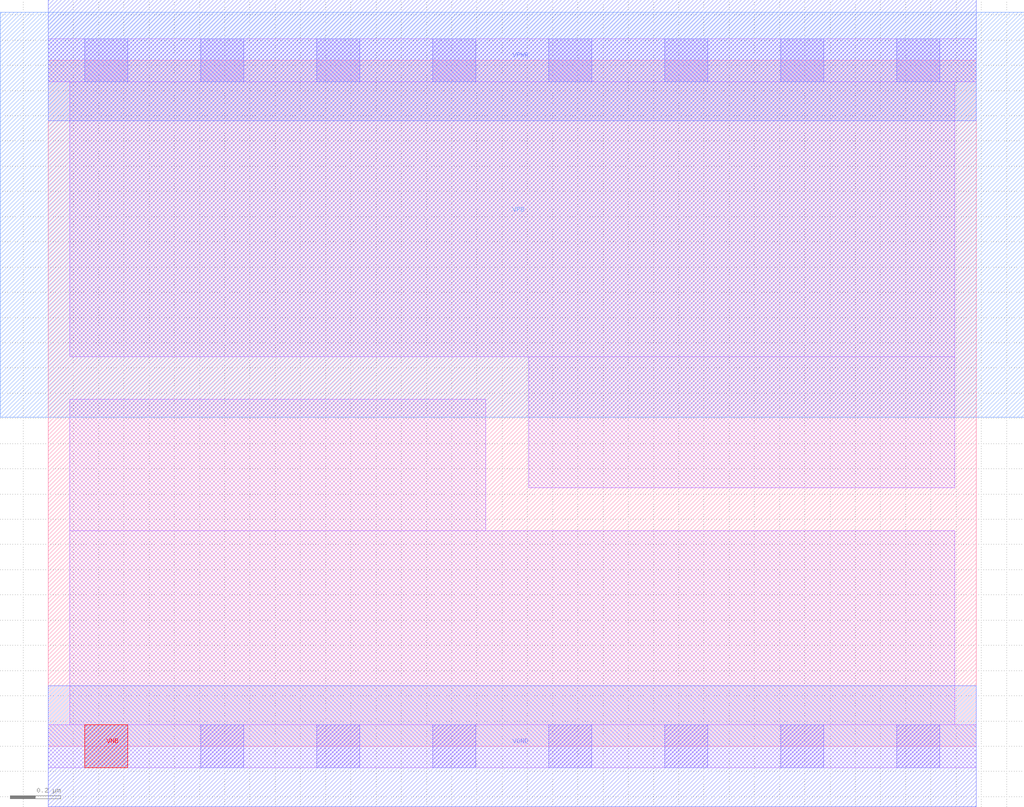
<source format=lef>
# Copyright 2020 The SkyWater PDK Authors
#
# Licensed under the Apache License, Version 2.0 (the "License");
# you may not use this file except in compliance with the License.
# You may obtain a copy of the License at
#
#     https://www.apache.org/licenses/LICENSE-2.0
#
# Unless required by applicable law or agreed to in writing, software
# distributed under the License is distributed on an "AS IS" BASIS,
# WITHOUT WARRANTIES OR CONDITIONS OF ANY KIND, either express or implied.
# See the License for the specific language governing permissions and
# limitations under the License.
#
# SPDX-License-Identifier: Apache-2.0

VERSION 5.7 ;
  NOWIREEXTENSIONATPIN ON ;
  DIVIDERCHAR "/" ;
  BUSBITCHARS "[]" ;
PROPERTYDEFINITIONS
  MACRO maskLayoutSubType STRING ;
  MACRO prCellType STRING ;
  MACRO originalViewName STRING ;
END PROPERTYDEFINITIONS
MACRO sky130_fd_sc_hdll__decap_8
  CLASS CORE ;
  FOREIGN sky130_fd_sc_hdll__decap_8 ;
  ORIGIN  0.000000  0.000000 ;
  SIZE  3.680000 BY  2.720000 ;
  SYMMETRY X Y R90 ;
  SITE unithd ;
  PIN VGND
    DIRECTION INOUT ;
    USE GROUND ;
    PORT
      LAYER met1 ;
        RECT 0.000000 -0.240000 3.680000 0.240000 ;
    END
  END VGND
  PIN VNB
    DIRECTION INOUT ;
    USE GROUND ;
    PORT
      LAYER pwell ;
        RECT 0.145000 -0.085000 0.315000 0.085000 ;
    END
  END VNB
  PIN VPB
    DIRECTION INOUT ;
    USE POWER ;
    PORT
      LAYER nwell ;
        RECT -0.190000 1.305000 3.870000 2.910000 ;
    END
  END VPB
  PIN VPWR
    DIRECTION INOUT ;
    USE POWER ;
    PORT
      LAYER met1 ;
        RECT 0.000000 2.480000 3.680000 2.960000 ;
    END
  END VPWR
  OBS
    LAYER li1 ;
      RECT 0.000000 -0.085000 3.680000 0.085000 ;
      RECT 0.000000  2.635000 3.680000 2.805000 ;
      RECT 0.085000  0.085000 3.595000 0.855000 ;
      RECT 0.085000  0.855000 1.735000 1.375000 ;
      RECT 0.085000  1.545000 3.595000 2.635000 ;
      RECT 1.905000  1.025000 3.595000 1.545000 ;
    LAYER mcon ;
      RECT 0.145000 -0.085000 0.315000 0.085000 ;
      RECT 0.145000  2.635000 0.315000 2.805000 ;
      RECT 0.605000 -0.085000 0.775000 0.085000 ;
      RECT 0.605000  2.635000 0.775000 2.805000 ;
      RECT 1.065000 -0.085000 1.235000 0.085000 ;
      RECT 1.065000  2.635000 1.235000 2.805000 ;
      RECT 1.525000 -0.085000 1.695000 0.085000 ;
      RECT 1.525000  2.635000 1.695000 2.805000 ;
      RECT 1.985000 -0.085000 2.155000 0.085000 ;
      RECT 1.985000  2.635000 2.155000 2.805000 ;
      RECT 2.445000 -0.085000 2.615000 0.085000 ;
      RECT 2.445000  2.635000 2.615000 2.805000 ;
      RECT 2.905000 -0.085000 3.075000 0.085000 ;
      RECT 2.905000  2.635000 3.075000 2.805000 ;
      RECT 3.365000 -0.085000 3.535000 0.085000 ;
      RECT 3.365000  2.635000 3.535000 2.805000 ;
  END
  PROPERTY maskLayoutSubType "abstract" ;
  PROPERTY prCellType "standard" ;
  PROPERTY originalViewName "layout" ;
END sky130_fd_sc_hdll__decap_8
END LIBRARY

</source>
